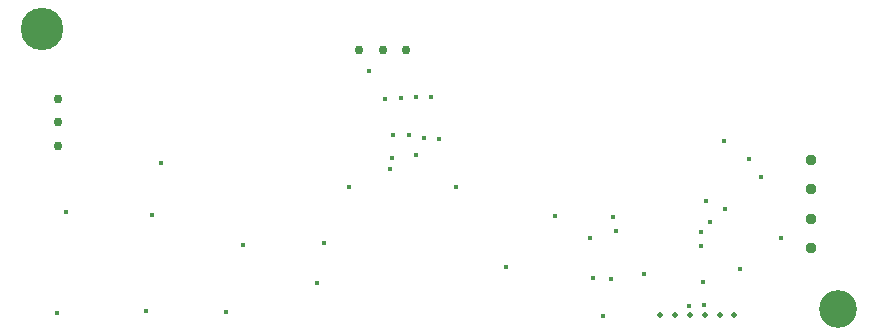
<source format=gbr>
%TF.GenerationSoftware,KiCad,Pcbnew,(6.0.7)*%
%TF.CreationDate,2023-02-24T15:08:59+01:00*%
%TF.ProjectId,freqcount,66726571-636f-4756-9e74-2e6b69636164,rev?*%
%TF.SameCoordinates,PX640f3c0PY67de938*%
%TF.FileFunction,Plated,1,2,PTH,Drill*%
%TF.FilePolarity,Positive*%
%FSLAX46Y46*%
G04 Gerber Fmt 4.6, Leading zero omitted, Abs format (unit mm)*
G04 Created by KiCad (PCBNEW (6.0.7)) date 2023-02-24 15:08:59*
%MOMM*%
%LPD*%
G01*
G04 APERTURE LIST*
%TA.AperFunction,ViaDrill*%
%ADD10C,0.400000*%
%TD*%
%TA.AperFunction,ComponentDrill*%
%ADD11C,0.500000*%
%TD*%
%TA.AperFunction,ComponentDrill*%
%ADD12C,0.750000*%
%TD*%
%TA.AperFunction,ComponentDrill*%
%ADD13C,0.950000*%
%TD*%
%TA.AperFunction,ViaDrill*%
%ADD14C,3.200000*%
%TD*%
%TA.AperFunction,ViaDrill*%
%ADD15C,3.600000*%
%TD*%
G04 APERTURE END LIST*
D10*
X4990000Y2340000D03*
X5710000Y10920000D03*
X12480000Y2510000D03*
X13000000Y10610000D03*
X13790000Y15050000D03*
X19280000Y2420000D03*
X20750000Y8080000D03*
X26950000Y4860000D03*
X27600000Y8290000D03*
X29660000Y12990000D03*
X31350000Y22790000D03*
X32760000Y20420000D03*
X33150000Y14480000D03*
X33354282Y15458404D03*
X33410000Y17410000D03*
X34070000Y20510000D03*
X34740000Y17410000D03*
X35350000Y20630000D03*
X35385451Y15739951D03*
X36030000Y17160000D03*
X36640000Y20580000D03*
X37330000Y17080000D03*
X38760000Y12970000D03*
X42970000Y6200000D03*
X47120000Y10510000D03*
X50090000Y8700000D03*
X50380000Y5315000D03*
X51190000Y2085000D03*
X51860000Y5185000D03*
X52000000Y10460000D03*
X52260000Y9230000D03*
X54680000Y5605000D03*
X58500000Y2935000D03*
X59450000Y8040000D03*
X59520000Y9210000D03*
X59700000Y4915000D03*
X59770000Y2985500D03*
X59894500Y11840000D03*
X60220000Y10030000D03*
X61410000Y16890000D03*
X61484101Y11154101D03*
X62830000Y6040000D03*
X63590000Y15360000D03*
X64595000Y13825000D03*
X66270000Y8705000D03*
D11*
%TO.C,J4*%
X56060000Y2145000D03*
X57310000Y2145000D03*
X58560000Y2145000D03*
X59810000Y2145000D03*
X61060000Y2145000D03*
X62310000Y2145000D03*
D12*
%TO.C,J1*%
X5070000Y20480000D03*
X5070000Y18480000D03*
X5070000Y16480000D03*
%TO.C,J2*%
X30540000Y24630000D03*
X32540000Y24630000D03*
X34540000Y24630000D03*
D13*
%TO.C,J3*%
X68840000Y15320000D03*
X68840000Y12820000D03*
X68840000Y10320000D03*
X68840000Y7820000D03*
%TD*%
D14*
X71060000Y2660000D03*
D15*
X3710000Y26390000D03*
M02*

</source>
